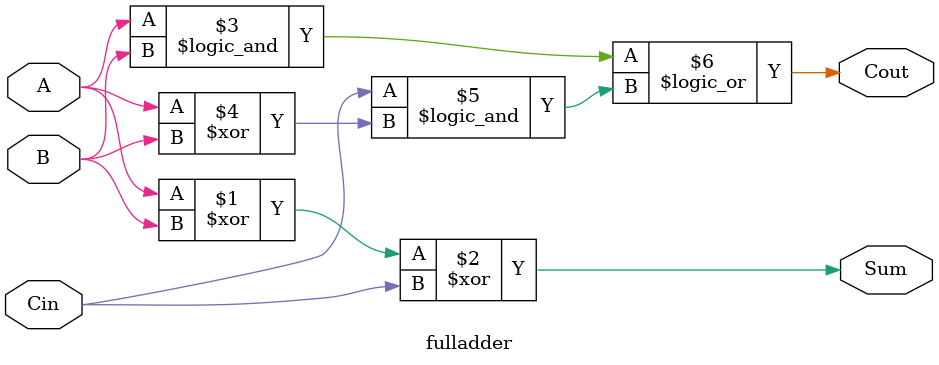
<source format=v>
`timescale 1ns / 1ps
module fulladder(
    input A,
    input B,
    input Cin,
    output Sum,
    output Cout
    );

assign Sum = A^B^Cin;
assign Cout = (A&&B||(Cin&&(A^B)));

endmodule

</source>
